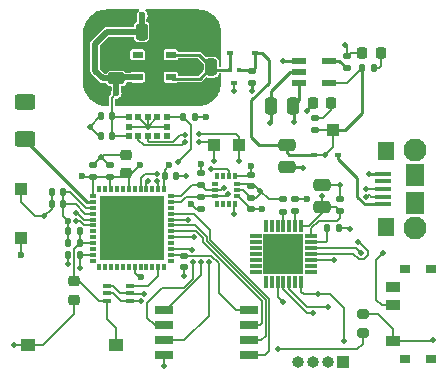
<source format=gbr>
%TF.GenerationSoftware,KiCad,Pcbnew,(6.0.0)*%
%TF.CreationDate,2022-05-13T17:38:04+01:00*%
%TF.ProjectId,Tracer,54726163-6572-42e6-9b69-6361645f7063,D*%
%TF.SameCoordinates,Original*%
%TF.FileFunction,Copper,L1,Top*%
%TF.FilePolarity,Positive*%
%FSLAX46Y46*%
G04 Gerber Fmt 4.6, Leading zero omitted, Abs format (unit mm)*
G04 Created by KiCad (PCBNEW (6.0.0)) date 2022-05-13 17:38:04*
%MOMM*%
%LPD*%
G01*
G04 APERTURE LIST*
G04 Aperture macros list*
%AMRoundRect*
0 Rectangle with rounded corners*
0 $1 Rounding radius*
0 $2 $3 $4 $5 $6 $7 $8 $9 X,Y pos of 4 corners*
0 Add a 4 corners polygon primitive as box body*
4,1,4,$2,$3,$4,$5,$6,$7,$8,$9,$2,$3,0*
0 Add four circle primitives for the rounded corners*
1,1,$1+$1,$2,$3*
1,1,$1+$1,$4,$5*
1,1,$1+$1,$6,$7*
1,1,$1+$1,$8,$9*
0 Add four rect primitives between the rounded corners*
20,1,$1+$1,$2,$3,$4,$5,0*
20,1,$1+$1,$4,$5,$6,$7,0*
20,1,$1+$1,$6,$7,$8,$9,0*
20,1,$1+$1,$8,$9,$2,$3,0*%
G04 Aperture macros list end*
%TA.AperFunction,ComponentPad*%
%ADD10R,1.000000X1.000000*%
%TD*%
%TA.AperFunction,ComponentPad*%
%ADD11O,1.000000X1.000000*%
%TD*%
%TA.AperFunction,SMDPad,CuDef*%
%ADD12R,1.250000X0.900000*%
%TD*%
%TA.AperFunction,SMDPad,CuDef*%
%ADD13R,0.900000X0.800000*%
%TD*%
%TA.AperFunction,SMDPad,CuDef*%
%ADD14RoundRect,0.140000X-0.140000X-0.170000X0.140000X-0.170000X0.140000X0.170000X-0.140000X0.170000X0*%
%TD*%
%TA.AperFunction,SMDPad,CuDef*%
%ADD15RoundRect,0.135000X0.135000X0.185000X-0.135000X0.185000X-0.135000X-0.185000X0.135000X-0.185000X0*%
%TD*%
%TA.AperFunction,SMDPad,CuDef*%
%ADD16RoundRect,0.140000X0.170000X-0.140000X0.170000X0.140000X-0.170000X0.140000X-0.170000X-0.140000X0*%
%TD*%
%TA.AperFunction,SMDPad,CuDef*%
%ADD17RoundRect,0.250000X0.475000X-0.250000X0.475000X0.250000X-0.475000X0.250000X-0.475000X-0.250000X0*%
%TD*%
%TA.AperFunction,SMDPad,CuDef*%
%ADD18RoundRect,0.250000X0.250000X0.475000X-0.250000X0.475000X-0.250000X-0.475000X0.250000X-0.475000X0*%
%TD*%
%TA.AperFunction,SMDPad,CuDef*%
%ADD19R,0.600000X0.450000*%
%TD*%
%TA.AperFunction,SMDPad,CuDef*%
%ADD20R,0.400000X0.450000*%
%TD*%
%TA.AperFunction,SMDPad,CuDef*%
%ADD21R,0.500000X0.450000*%
%TD*%
%TA.AperFunction,SMDPad,CuDef*%
%ADD22RoundRect,0.135000X-0.135000X-0.185000X0.135000X-0.185000X0.135000X0.185000X-0.135000X0.185000X0*%
%TD*%
%TA.AperFunction,SMDPad,CuDef*%
%ADD23RoundRect,0.250000X-0.250000X-0.475000X0.250000X-0.475000X0.250000X0.475000X-0.250000X0.475000X0*%
%TD*%
%TA.AperFunction,SMDPad,CuDef*%
%ADD24RoundRect,0.225000X0.250000X-0.225000X0.250000X0.225000X-0.250000X0.225000X-0.250000X-0.225000X0*%
%TD*%
%TA.AperFunction,SMDPad,CuDef*%
%ADD25R,0.500000X0.500000*%
%TD*%
%TA.AperFunction,SMDPad,CuDef*%
%ADD26RoundRect,0.135000X-0.185000X0.135000X-0.185000X-0.135000X0.185000X-0.135000X0.185000X0.135000X0*%
%TD*%
%TA.AperFunction,SMDPad,CuDef*%
%ADD27R,0.350000X0.575000*%
%TD*%
%TA.AperFunction,SMDPad,CuDef*%
%ADD28R,0.575000X0.350000*%
%TD*%
%TA.AperFunction,SMDPad,CuDef*%
%ADD29R,1.350000X0.400000*%
%TD*%
%TA.AperFunction,ComponentPad*%
%ADD30C,1.950000*%
%TD*%
%TA.AperFunction,SMDPad,CuDef*%
%ADD31R,1.400000X1.600000*%
%TD*%
%TA.AperFunction,SMDPad,CuDef*%
%ADD32R,1.600000X1.900000*%
%TD*%
%TA.AperFunction,SMDPad,CuDef*%
%ADD33R,1.200000X0.600000*%
%TD*%
%TA.AperFunction,SMDPad,CuDef*%
%ADD34R,1.000000X1.000000*%
%TD*%
%TA.AperFunction,SMDPad,CuDef*%
%ADD35RoundRect,0.140000X0.140000X0.170000X-0.140000X0.170000X-0.140000X-0.170000X0.140000X-0.170000X0*%
%TD*%
%TA.AperFunction,SMDPad,CuDef*%
%ADD36RoundRect,0.218750X-0.218750X-0.256250X0.218750X-0.256250X0.218750X0.256250X-0.218750X0.256250X0*%
%TD*%
%TA.AperFunction,SMDPad,CuDef*%
%ADD37RoundRect,0.135000X0.185000X-0.135000X0.185000X0.135000X-0.185000X0.135000X-0.185000X-0.135000X0*%
%TD*%
%TA.AperFunction,SMDPad,CuDef*%
%ADD38RoundRect,0.140000X-0.170000X0.140000X-0.170000X-0.140000X0.170000X-0.140000X0.170000X0.140000X0*%
%TD*%
%TA.AperFunction,SMDPad,CuDef*%
%ADD39R,1.200000X1.000000*%
%TD*%
%TA.AperFunction,SMDPad,CuDef*%
%ADD40R,1.000000X0.300000*%
%TD*%
%TA.AperFunction,SMDPad,CuDef*%
%ADD41R,0.300000X1.000000*%
%TD*%
%TA.AperFunction,SMDPad,CuDef*%
%ADD42R,3.350000X3.350000*%
%TD*%
%TA.AperFunction,SMDPad,CuDef*%
%ADD43RoundRect,0.250000X-0.625000X0.400000X-0.625000X-0.400000X0.625000X-0.400000X0.625000X0.400000X0*%
%TD*%
%TA.AperFunction,SMDPad,CuDef*%
%ADD44R,0.650000X0.400000*%
%TD*%
%TA.AperFunction,SMDPad,CuDef*%
%ADD45R,0.550000X0.350000*%
%TD*%
%TA.AperFunction,SMDPad,CuDef*%
%ADD46R,0.350000X0.550000*%
%TD*%
%TA.AperFunction,SMDPad,CuDef*%
%ADD47R,5.500000X5.500000*%
%TD*%
%TA.AperFunction,SMDPad,CuDef*%
%ADD48RoundRect,0.225000X-0.250000X0.225000X-0.250000X-0.225000X0.250000X-0.225000X0.250000X0.225000X0*%
%TD*%
%TA.AperFunction,SMDPad,CuDef*%
%ADD49RoundRect,0.200000X-0.275000X0.200000X-0.275000X-0.200000X0.275000X-0.200000X0.275000X0.200000X0*%
%TD*%
%TA.AperFunction,SMDPad,CuDef*%
%ADD50R,0.900000X0.600000*%
%TD*%
%TA.AperFunction,SMDPad,CuDef*%
%ADD51R,1.650000X0.650000*%
%TD*%
%TA.AperFunction,ViaPad*%
%ADD52C,0.500000*%
%TD*%
%TA.AperFunction,ViaPad*%
%ADD53C,0.600000*%
%TD*%
%TA.AperFunction,Conductor*%
%ADD54C,0.150000*%
%TD*%
%TA.AperFunction,Conductor*%
%ADD55C,0.250000*%
%TD*%
%TA.AperFunction,Conductor*%
%ADD56C,0.200000*%
%TD*%
%TA.AperFunction,Conductor*%
%ADD57C,0.500000*%
%TD*%
%TA.AperFunction,Conductor*%
%ADD58C,0.293770*%
%TD*%
G04 APERTURE END LIST*
D10*
%TO.P,J2,1,Pin_1*%
%TO.N,DTR*%
X157400000Y-110900000D03*
D11*
%TO.P,J2,2,Pin_2*%
%TO.N,U0RXD*%
X156130000Y-110900000D03*
%TO.P,J2,3,Pin_3*%
%TO.N,U0TXD*%
X154860000Y-110900000D03*
%TO.P,J2,4,Pin_4*%
%TO.N,RTS*%
X153590000Y-110900000D03*
%TD*%
D12*
%TO.P,S2,1,A*%
%TO.N,unconnected-(S2-Pad1)*%
X161625000Y-104550000D03*
%TO.P,S2,2,B*%
%TO.N,Net-(BT1-Pad1)*%
X161625000Y-106050000D03*
%TO.P,S2,3,C*%
%TO.N,+BATT*%
X161625000Y-109050000D03*
D13*
%TO.P,S2,MP1,MP1*%
%TO.N,unconnected-(S2-PadMP1)*%
X164800000Y-103000000D03*
%TO.P,S2,MP2,MP2*%
%TO.N,unconnected-(S2-PadMP2)*%
X162600000Y-103000000D03*
%TO.P,S2,MP3,MP3*%
%TO.N,unconnected-(S2-PadMP3)*%
X162600000Y-110600000D03*
%TO.P,S2,MP4,MP4*%
%TO.N,unconnected-(S2-PadMP4)*%
X164800000Y-110600000D03*
%TD*%
D14*
%TO.P,C15,1*%
%TO.N,+3V3*%
X142320000Y-95100000D03*
%TO.P,C15,2*%
%TO.N,GND*%
X143280000Y-95100000D03*
%TD*%
D15*
%TO.P,R10,1*%
%TO.N,RST*%
X135110000Y-99750000D03*
%TO.P,R10,2*%
%TO.N,+3V3*%
X134090000Y-99750000D03*
%TD*%
D16*
%TO.P,C1,1*%
%TO.N,+3V3*%
X149600000Y-97900000D03*
%TO.P,C1,2*%
%TO.N,GND*%
X149600000Y-96940000D03*
%TD*%
D17*
%TO.P,C16,1*%
%TO.N,+3V3*%
X138195000Y-86850000D03*
%TO.P,C16,2*%
%TO.N,GND*%
X138195000Y-84950000D03*
%TD*%
D18*
%TO.P,C5,1*%
%TO.N,Net-(BT1-Pad1)*%
X153155000Y-89200000D03*
%TO.P,C5,2*%
%TO.N,GND*%
X151255000Y-89200000D03*
%TD*%
D19*
%TO.P,D1,1,K*%
%TO.N,VUSB*%
X154900000Y-93300000D03*
%TO.P,D1,2,A*%
%TO.N,Net-(D1-Pad2)*%
X157000000Y-93300000D03*
%TD*%
D20*
%TO.P,Q2,1,G*%
%TO.N,VUSB*%
X148600000Y-86125000D03*
%TO.P,Q2,2,S*%
%TO.N,VBUS*%
X147800000Y-86125000D03*
D21*
%TO.P,Q2,3,D*%
%TO.N,+BATT*%
X148200000Y-87275000D03*
%TD*%
D22*
%TO.P,R7,1*%
%TO.N,+3V3*%
X134090000Y-100750000D03*
%TO.P,R7,2*%
%TO.N,RST*%
X135110000Y-100750000D03*
%TD*%
D17*
%TO.P,C3,1*%
%TO.N,GND*%
X152650000Y-94350000D03*
%TO.P,C3,2*%
%TO.N,VUSB*%
X152650000Y-92450000D03*
%TD*%
D23*
%TO.P,C6,1*%
%TO.N,+3V3*%
X140345000Y-82900000D03*
%TO.P,C6,2*%
%TO.N,GND*%
X142245000Y-82900000D03*
%TD*%
D24*
%TO.P,C14,1*%
%TO.N,+3V3*%
X139000000Y-94875000D03*
%TO.P,C14,2*%
%TO.N,GND*%
X139000000Y-93325000D03*
%TD*%
D25*
%TO.P,IC4,1,AVDDVCSEL*%
%TO.N,+3V3*%
X139250000Y-90131885D03*
%TO.P,IC4,2,AVSSVCSEL*%
%TO.N,GND*%
X140050000Y-90131885D03*
%TO.P,IC4,3,GND*%
X140850000Y-90131885D03*
%TO.P,IC4,4,GND2*%
X141650000Y-90131885D03*
%TO.P,IC4,5,XSHUT*%
%TO.N,GPIO19*%
X142450000Y-90131885D03*
%TO.P,IC4,6,GND3*%
%TO.N,GND*%
X142450000Y-90931885D03*
%TO.P,IC4,7,GPIO1*%
%TO.N,unconnected-(IC4-Pad7)*%
X142450000Y-91731885D03*
%TO.P,IC4,8,DNC*%
%TO.N,unconnected-(IC4-Pad8)*%
X141650000Y-91731885D03*
%TO.P,IC4,9,SDA*%
%TO.N,GPIO18*%
X140850000Y-91731885D03*
%TO.P,IC4,10,SCL*%
%TO.N,GPIO23*%
X140050000Y-91731885D03*
%TO.P,IC4,11,AVDD*%
%TO.N,+3V3*%
X139250000Y-91731885D03*
%TO.P,IC4,12,GND4*%
%TO.N,GND*%
X139250000Y-90931885D03*
%TD*%
D26*
%TO.P,R12,1*%
%TO.N,+3V3*%
X153350000Y-97090000D03*
%TO.P,R12,2*%
%TO.N,Net-(IC8-Pad9)*%
X153350000Y-98110000D03*
%TD*%
D27*
%TO.P,IC1,1,SDO/SA0*%
%TO.N,unconnected-(IC1-Pad1)*%
X146750000Y-97463000D03*
%TO.P,IC1,2,SDX*%
%TO.N,unconnected-(IC1-Pad2)*%
X147250000Y-97463000D03*
%TO.P,IC1,3,SCX*%
%TO.N,unconnected-(IC1-Pad3)*%
X147750000Y-97463000D03*
%TO.P,IC1,4,INT1*%
%TO.N,GPIO37*%
X148250000Y-97463000D03*
D28*
%TO.P,IC1,5,VDDIO*%
%TO.N,+3V3*%
X148412000Y-96800000D03*
%TO.P,IC1,6,GND_1*%
%TO.N,GND*%
X148412000Y-96300000D03*
%TO.P,IC1,7,GND_2*%
X148412000Y-95800000D03*
D27*
%TO.P,IC1,8,VDD*%
%TO.N,+3V3*%
X148250000Y-95137000D03*
%TO.P,IC1,9,INT2*%
%TO.N,GPIO36*%
X147750000Y-95137000D03*
%TO.P,IC1,10,NC_1*%
%TO.N,unconnected-(IC1-Pad10)*%
X147250000Y-95137000D03*
%TO.P,IC1,11,NC_2*%
%TO.N,unconnected-(IC1-Pad11)*%
X146750000Y-95137000D03*
D28*
%TO.P,IC1,12,CS*%
%TO.N,unconnected-(IC1-Pad12)*%
X146588000Y-95800000D03*
%TO.P,IC1,13,SCL*%
%TO.N,GPIO23*%
X146588000Y-96300000D03*
%TO.P,IC1,14,SDA*%
%TO.N,GPIO18*%
X146588000Y-96800000D03*
%TD*%
D29*
%TO.P,J1,1,VBUS*%
%TO.N,Net-(D1-Pad2)*%
X160800000Y-97500000D03*
%TO.P,J1,2,D-*%
%TO.N,D-*%
X160800000Y-96850000D03*
%TO.P,J1,3,D+*%
%TO.N,D+*%
X160800000Y-96200000D03*
%TO.P,J1,4,NC*%
%TO.N,unconnected-(J1-Pad4)*%
X160800000Y-95550000D03*
%TO.P,J1,5,GND*%
%TO.N,GND*%
X160800000Y-94900000D03*
D30*
%TO.P,J1,MH1,MH1*%
%TO.N,unconnected-(J1-PadMH1)*%
X163475000Y-99500000D03*
%TO.P,J1,MH2,MH2*%
%TO.N,unconnected-(J1-PadMH2)*%
X163475000Y-92900000D03*
D31*
%TO.P,J1,MP1,MP1*%
%TO.N,unconnected-(J1-PadMP1)*%
X161025000Y-99400000D03*
D32*
%TO.P,J1,MP2,MP2*%
%TO.N,unconnected-(J1-PadMP2)*%
X163475000Y-97400000D03*
%TO.P,J1,MP3,MP3*%
%TO.N,unconnected-(J1-PadMP3)*%
X163475000Y-95000000D03*
D31*
%TO.P,J1,MP4,MP4*%
%TO.N,unconnected-(J1-PadMP4)*%
X161025000Y-93000000D03*
%TD*%
D33*
%TO.P,IC5,1,CHRG*%
%TO.N,Net-(D4-Pad1)*%
X153705000Y-85350000D03*
%TO.P,IC5,2,GND*%
%TO.N,GND*%
X153705000Y-86300000D03*
%TO.P,IC5,3,VBAT*%
%TO.N,Net-(BT1-Pad1)*%
X153705000Y-87250000D03*
%TO.P,IC5,4,VCC*%
%TO.N,VUSB*%
X156205000Y-87250000D03*
%TO.P,IC5,5,PROG*%
%TO.N,Net-(IC5-Pad5)*%
X156205000Y-85350000D03*
%TD*%
D22*
%TO.P,R16,1*%
%TO.N,GPIO19*%
X143840000Y-90150000D03*
%TO.P,R16,2*%
%TO.N,+3V3*%
X144860000Y-90150000D03*
%TD*%
D15*
%TO.P,R2,1*%
%TO.N,Net-(D2-Pad2)*%
X160010000Y-86000000D03*
%TO.P,R2,2*%
%TO.N,VUSB*%
X158990000Y-86000000D03*
%TD*%
D16*
%TO.P,C10,1*%
%TO.N,+3V3*%
X137700000Y-95180000D03*
%TO.P,C10,2*%
%TO.N,GND*%
X137700000Y-94220000D03*
%TD*%
D34*
%TO.P,TP3,1,1*%
%TO.N,GPIO23*%
X146500000Y-92500000D03*
%TD*%
D17*
%TO.P,C18,1*%
%TO.N,VUSB*%
X155600000Y-97750000D03*
%TO.P,C18,2*%
%TO.N,GND*%
X155600000Y-95850000D03*
%TD*%
D16*
%TO.P,C13,1*%
%TO.N,+3V3*%
X136200000Y-95180000D03*
%TO.P,C13,2*%
%TO.N,GND*%
X136200000Y-94220000D03*
%TD*%
D35*
%TO.P,C20,1*%
%TO.N,+3V3*%
X137830000Y-91750000D03*
%TO.P,C20,2*%
%TO.N,GND*%
X136870000Y-91750000D03*
%TD*%
D36*
%TO.P,D2,1,K*%
%TO.N,GND*%
X159012500Y-84700000D03*
%TO.P,D2,2,A*%
%TO.N,Net-(D2-Pad2)*%
X160587500Y-84700000D03*
%TD*%
D26*
%TO.P,R4,1*%
%TO.N,+3V3*%
X145400000Y-94890000D03*
%TO.P,R4,2*%
%TO.N,GPIO23*%
X145400000Y-95910000D03*
%TD*%
D37*
%TO.P,R6,1*%
%TO.N,Net-(IC5-Pad5)*%
X157700000Y-86000000D03*
%TO.P,R6,2*%
%TO.N,GND*%
X157700000Y-84980000D03*
%TD*%
D34*
%TO.P,TP11,1,1*%
%TO.N,GND*%
X130100000Y-96200000D03*
%TD*%
%TO.P,TP6,1,1*%
%TO.N,+3V3*%
X130100000Y-100400000D03*
%TD*%
D37*
%TO.P,R3,1*%
%TO.N,VUSB*%
X155000000Y-91210000D03*
%TO.P,R3,2*%
%TO.N,Net-(D4-Pad2)*%
X155000000Y-90190000D03*
%TD*%
D38*
%TO.P,C2,1*%
%TO.N,+3V3*%
X149600000Y-95020000D03*
%TO.P,C2,2*%
%TO.N,GND*%
X149600000Y-95980000D03*
%TD*%
D39*
%TO.P,S1,1,1*%
%TO.N,RST*%
X138150000Y-109400000D03*
%TO.P,S1,2,2*%
%TO.N,GND*%
X130750000Y-109400000D03*
%TD*%
D36*
%TO.P,D4,1,K*%
%TO.N,Net-(D4-Pad1)*%
X154812500Y-88900000D03*
%TO.P,D4,2,A*%
%TO.N,Net-(D4-Pad2)*%
X156387500Y-88900000D03*
%TD*%
D19*
%TO.P,D3,1,K*%
%TO.N,VBUS*%
X147850000Y-84700000D03*
%TO.P,D3,2,A*%
%TO.N,VUSB*%
X149950000Y-84700000D03*
%TD*%
D37*
%TO.P,R1,1*%
%TO.N,GND*%
X149700000Y-87210000D03*
%TO.P,R1,2*%
%TO.N,VUSB*%
X149700000Y-86190000D03*
%TD*%
D35*
%TO.P,C19,1*%
%TO.N,+3V3*%
X137830000Y-90050000D03*
%TO.P,C19,2*%
%TO.N,GND*%
X136870000Y-90050000D03*
%TD*%
D40*
%TO.P,IC8,1,DCD*%
%TO.N,unconnected-(IC8-Pad1)*%
X154700000Y-103200000D03*
%TO.P,IC8,2,RI_/_CLK*%
%TO.N,unconnected-(IC8-Pad2)*%
X154700000Y-102700000D03*
%TO.P,IC8,3,GND_1*%
%TO.N,GND*%
X154700000Y-102200000D03*
%TO.P,IC8,4,D+*%
%TO.N,D+*%
X154700000Y-101700000D03*
%TO.P,IC8,5,D-*%
%TO.N,D-*%
X154700000Y-101200000D03*
%TO.P,IC8,6,VDD*%
%TO.N,Net-(C17-Pad1)*%
X154700000Y-100700000D03*
%TO.P,IC8,7,VREGIN*%
%TO.N,VUSB*%
X154700000Y-100200000D03*
D41*
%TO.P,IC8,8,VBUS*%
X153850000Y-99350000D03*
%TO.P,IC8,9,RSTB*%
%TO.N,Net-(IC8-Pad9)*%
X153350000Y-99350000D03*
%TO.P,IC8,10,NC*%
%TO.N,unconnected-(IC8-Pad10)*%
X152850000Y-99350000D03*
%TO.P,IC8,11,SUSPENDB*%
%TO.N,Net-(IC8-Pad11)*%
X152350000Y-99350000D03*
%TO.P,IC8,12,SUSPEND*%
%TO.N,unconnected-(IC8-Pad12)*%
X151850000Y-99350000D03*
%TO.P,IC8,13,CHREN*%
%TO.N,unconnected-(IC8-Pad13)*%
X151350000Y-99350000D03*
%TO.P,IC8,14,CHR1*%
%TO.N,unconnected-(IC8-Pad14)*%
X150850000Y-99350000D03*
D40*
%TO.P,IC8,15,CHR0*%
%TO.N,unconnected-(IC8-Pad15)*%
X150000000Y-100200000D03*
%TO.P,IC8,16,GPIO.3_/_WAKEUP*%
%TO.N,unconnected-(IC8-Pad16)*%
X150000000Y-100700000D03*
%TO.P,IC8,17,GPIO.2_/_RS485*%
%TO.N,unconnected-(IC8-Pad17)*%
X150000000Y-101200000D03*
%TO.P,IC8,18,GPIO.1_/_RXT*%
%TO.N,unconnected-(IC8-Pad18)*%
X150000000Y-101700000D03*
%TO.P,IC8,19,GPIO.0_/_TXT*%
%TO.N,unconnected-(IC8-Pad19)*%
X150000000Y-102200000D03*
%TO.P,IC8,20,GPIO.6*%
%TO.N,unconnected-(IC8-Pad20)*%
X150000000Y-102700000D03*
%TO.P,IC8,21,GPIO.5*%
%TO.N,unconnected-(IC8-Pad21)*%
X150000000Y-103200000D03*
D41*
%TO.P,IC8,22,GPIO.4*%
%TO.N,unconnected-(IC8-Pad22)*%
X150850000Y-104050000D03*
%TO.P,IC8,23,CTS*%
%TO.N,unconnected-(IC8-Pad23)*%
X151350000Y-104050000D03*
%TO.P,IC8,24,RTS*%
%TO.N,RTS*%
X151850000Y-104050000D03*
%TO.P,IC8,25,RXD*%
%TO.N,U0TXD*%
X152350000Y-104050000D03*
%TO.P,IC8,26,TXD*%
%TO.N,U0RXD*%
X152850000Y-104050000D03*
%TO.P,IC8,27,DSR*%
%TO.N,unconnected-(IC8-Pad27)*%
X153350000Y-104050000D03*
%TO.P,IC8,28,DTR*%
%TO.N,DTR*%
X153850000Y-104050000D03*
D42*
%TO.P,IC8,29,GND_2*%
%TO.N,GND*%
X152350000Y-101700000D03*
%TD*%
D35*
%TO.P,C12,1*%
%TO.N,+3V3*%
X133680000Y-96500000D03*
%TO.P,C12,2*%
%TO.N,GND*%
X132720000Y-96500000D03*
%TD*%
D43*
%TO.P,AE1,1,FEED*%
%TO.N,unconnected-(AE1-Pad1)*%
X130500000Y-88850000D03*
%TO.P,AE1,2,PCB_Trace*%
%TO.N,ANT*%
X130500000Y-91950000D03*
%TD*%
D15*
%TO.P,R9,1*%
%TO.N,GPIO35*%
X135110000Y-101800000D03*
%TO.P,R9,2*%
%TO.N,GND*%
X134090000Y-101800000D03*
%TD*%
D44*
%TO.P,Q1,1,E2*%
%TO.N,RTS*%
X139350000Y-105700000D03*
%TO.P,Q1,2,B2*%
%TO.N,DTR*%
X139350000Y-105050000D03*
%TO.P,Q1,3,C1*%
%TO.N,GPIO0*%
X139350000Y-104400000D03*
%TO.P,Q1,4,E1*%
%TO.N,DTR*%
X137450000Y-104400000D03*
%TO.P,Q1,5,B1*%
%TO.N,RTS*%
X137450000Y-105050000D03*
%TO.P,Q1,6,C2*%
%TO.N,RST*%
X137450000Y-105700000D03*
%TD*%
D45*
%TO.P,IC3,1,VDDA_1*%
%TO.N,+3V3*%
X136200000Y-96800000D03*
%TO.P,IC3,2,LNA_IN*%
%TO.N,ANT*%
X136200000Y-97300000D03*
%TO.P,IC3,3,VDDA3P3_1*%
%TO.N,+3V3*%
X136200000Y-97800000D03*
%TO.P,IC3,4,VDDA3P3_2*%
X136200000Y-98300000D03*
%TO.P,IC3,5,SENSOR_VP*%
%TO.N,GPIO36*%
X136200000Y-98800000D03*
%TO.P,IC3,6,SENSOR_CAPP*%
%TO.N,GPIO37*%
X136200000Y-99300000D03*
%TO.P,IC3,7,SENSOR_CAPN*%
%TO.N,GPIO38*%
X136200000Y-99800000D03*
%TO.P,IC3,8,SENSOR_VN*%
%TO.N,GPIO39*%
X136200000Y-100300000D03*
%TO.P,IC3,9,EN*%
%TO.N,RST*%
X136200000Y-100800000D03*
%TO.P,IC3,10,IO34*%
%TO.N,STAT*%
X136200000Y-101300000D03*
%TO.P,IC3,11,IO35*%
%TO.N,GPIO35*%
X136200000Y-101800000D03*
%TO.P,IC3,12,IO32*%
%TO.N,GPIO32*%
X136200000Y-102300000D03*
D46*
%TO.P,IC3,13,IO33*%
%TO.N,GPIO33*%
X136750000Y-102850000D03*
%TO.P,IC3,14,IO25*%
%TO.N,GPIO25*%
X137250000Y-102850000D03*
%TO.P,IC3,15,IO26*%
%TO.N,GPIO26*%
X137750000Y-102850000D03*
%TO.P,IC3,16,IO27*%
%TO.N,GPIO27*%
X138250000Y-102850000D03*
%TO.P,IC3,17,IO14*%
%TO.N,GPIO14*%
X138750000Y-102850000D03*
%TO.P,IC3,18,IO12*%
%TO.N,GPIO12*%
X139250000Y-102850000D03*
%TO.P,IC3,19,VDD3P3_RTC*%
%TO.N,+3V3*%
X139750000Y-102850000D03*
%TO.P,IC3,20,IO13*%
%TO.N,GPIO13*%
X140250000Y-102850000D03*
%TO.P,IC3,21,IO15*%
%TO.N,GPIO15*%
X140750000Y-102850000D03*
%TO.P,IC3,22,IO2*%
%TO.N,GPIO2*%
X141250000Y-102850000D03*
%TO.P,IC3,23,IO0*%
%TO.N,GPIO0*%
X141750000Y-102850000D03*
%TO.P,IC3,24,IO4*%
%TO.N,GPIO4*%
X142250000Y-102850000D03*
D45*
%TO.P,IC3,25,IO16*%
%TO.N,GPIO16*%
X142800000Y-102300000D03*
%TO.P,IC3,26,VDD_SDIO_NC*%
%TO.N,VDDSDIO*%
X142800000Y-101800000D03*
%TO.P,IC3,27,IO17*%
%TO.N,GPIO17*%
X142800000Y-101300000D03*
%TO.P,IC3,28,SD2*%
%TO.N,GPIO9*%
X142800000Y-100800000D03*
%TO.P,IC3,29,SD3*%
%TO.N,GPIO10*%
X142800000Y-100300000D03*
%TO.P,IC3,30,CMD*%
%TO.N,GPIO11*%
X142800000Y-99800000D03*
%TO.P,IC3,31,CLK*%
%TO.N,CLK*%
X142800000Y-99300000D03*
%TO.P,IC3,32,SD0*%
%TO.N,GPIO7*%
X142800000Y-98800000D03*
%TO.P,IC3,33,SD1*%
%TO.N,GPIO8*%
X142800000Y-98300000D03*
%TO.P,IC3,34,IO5*%
%TO.N,GPIO5*%
X142800000Y-97800000D03*
%TO.P,IC3,35,IO18*%
%TO.N,GPIO18*%
X142800000Y-97300000D03*
%TO.P,IC3,36,IO23*%
%TO.N,GPIO23*%
X142800000Y-96800000D03*
D46*
%TO.P,IC3,37,VDD3P3_CPU*%
%TO.N,+3V3*%
X142250000Y-96250000D03*
%TO.P,IC3,38,IO19*%
%TO.N,GPIO19*%
X141750000Y-96250000D03*
%TO.P,IC3,39,IO22*%
%TO.N,GPIO22*%
X141250000Y-96250000D03*
%TO.P,IC3,40,U0RXD*%
%TO.N,U0RXD*%
X140750000Y-96250000D03*
%TO.P,IC3,41,U0TXD*%
%TO.N,U0TXD*%
X140250000Y-96250000D03*
%TO.P,IC3,42,IO21*%
%TO.N,GPIO21*%
X139750000Y-96250000D03*
%TO.P,IC3,43,VDDA_2*%
%TO.N,+3V3*%
X139250000Y-96250000D03*
%TO.P,IC3,44,XTAL_N_NC*%
%TO.N,unconnected-(IC3-Pad44)*%
X138750000Y-96250000D03*
%TO.P,IC3,45,XTAL_P_NC*%
%TO.N,unconnected-(IC3-Pad45)*%
X138250000Y-96250000D03*
%TO.P,IC3,46,VDDA_3*%
%TO.N,+3V3*%
X137750000Y-96250000D03*
%TO.P,IC3,47,CAP2_NC*%
%TO.N,unconnected-(IC3-Pad47)*%
X137250000Y-96250000D03*
%TO.P,IC3,48,CAP1_NC*%
%TO.N,unconnected-(IC3-Pad48)*%
X136750000Y-96250000D03*
D47*
%TO.P,IC3,49,GND*%
%TO.N,GND*%
X139494000Y-99537000D03*
%TD*%
D14*
%TO.P,C17,1*%
%TO.N,Net-(C17-Pad1)*%
X156070000Y-99550000D03*
%TO.P,C17,2*%
%TO.N,GND*%
X157030000Y-99550000D03*
%TD*%
D48*
%TO.P,C7,1*%
%TO.N,RST*%
X134600000Y-104025000D03*
%TO.P,C7,2*%
%TO.N,GND*%
X134600000Y-105575000D03*
%TD*%
D37*
%TO.P,R5,1*%
%TO.N,+3V3*%
X145400000Y-97920000D03*
%TO.P,R5,2*%
%TO.N,GPIO18*%
X145400000Y-96900000D03*
%TD*%
D16*
%TO.P,C8,1*%
%TO.N,VUSB*%
X157100000Y-98060000D03*
%TO.P,C8,2*%
%TO.N,GND*%
X157100000Y-97100000D03*
%TD*%
D34*
%TO.P,TP4,1,1*%
%TO.N,GPIO18*%
X148600000Y-92500000D03*
%TD*%
D18*
%TO.P,C4,1*%
%TO.N,VBUS*%
X146245000Y-85900000D03*
%TO.P,C4,2*%
%TO.N,GND*%
X144345000Y-85900000D03*
%TD*%
D49*
%TO.P,R8,2*%
%TO.N,GPIO35*%
X159100000Y-108425000D03*
%TO.P,R8,1*%
%TO.N,+BATT*%
X159100000Y-106775000D03*
%TD*%
D50*
%TO.P,IC6,1,VIN*%
%TO.N,VBUS*%
X142795000Y-86750000D03*
%TO.P,IC6,2,VSS*%
%TO.N,GND*%
X142795000Y-85800000D03*
%TO.P,IC6,3,CE*%
%TO.N,VBUS*%
X142795000Y-84850000D03*
%TO.P,IC6,4,NC*%
%TO.N,unconnected-(IC6-Pad4)*%
X139995000Y-84850000D03*
%TO.P,IC6,5,VOUT*%
%TO.N,+3V3*%
X139995000Y-86750000D03*
%TD*%
D37*
%TO.P,R13,1*%
%TO.N,Net-(IC8-Pad11)*%
X152350000Y-98120000D03*
%TO.P,R13,2*%
%TO.N,GND*%
X152350000Y-97100000D03*
%TD*%
D51*
%TO.P,IC2,1,~{CS}*%
%TO.N,GPIO10*%
X142200000Y-106495000D03*
%TO.P,IC2,2,DO(IO1)*%
%TO.N,GPIO17*%
X142200000Y-107765000D03*
%TO.P,IC2,3,IO2*%
%TO.N,GPIO7*%
X142200000Y-109035000D03*
%TO.P,IC2,4,GND*%
%TO.N,GND*%
X142200000Y-110305000D03*
%TO.P,IC2,5,DI(IO0)*%
%TO.N,GPIO8*%
X149400000Y-110305000D03*
%TO.P,IC2,6,CLK*%
%TO.N,CLK*%
X149400000Y-109035000D03*
%TO.P,IC2,7,IO3*%
%TO.N,GPIO11*%
X149400000Y-107765000D03*
%TO.P,IC2,8,VCC*%
%TO.N,VDDSDIO*%
X149400000Y-106495000D03*
%TD*%
D34*
%TO.P,TP2,1,1*%
%TO.N,VUSB*%
X156550000Y-91200000D03*
%TD*%
D38*
%TO.P,C11,1*%
%TO.N,VDDSDIO*%
X143900000Y-101870000D03*
%TO.P,C11,2*%
%TO.N,GND*%
X143900000Y-102830000D03*
%TD*%
D35*
%TO.P,C9,1*%
%TO.N,+3V3*%
X133680000Y-97500000D03*
%TO.P,C9,2*%
%TO.N,GND*%
X132720000Y-97500000D03*
%TD*%
D52*
%TO.N,+BATT*%
X148200000Y-87900000D03*
%TO.N,Net-(BT1-Pad1)*%
X153200000Y-90500000D03*
%TO.N,+BATT*%
X165000000Y-109000000D03*
%TO.N,D+*%
X159300000Y-96200000D03*
X158660506Y-100700000D03*
%TO.N,DTR*%
X157500000Y-109100000D03*
%TO.N,Net-(BT1-Pad1)*%
X160800000Y-101600000D03*
%TO.N,GND*%
X138000000Y-101100000D03*
X139500000Y-97600000D03*
X138000000Y-99550000D03*
X136135000Y-83080000D03*
X151200000Y-90600000D03*
X146295000Y-88160000D03*
X143755000Y-83080000D03*
X157950000Y-99600000D03*
X136900000Y-93500000D03*
X151060000Y-102950000D03*
X151060000Y-101680000D03*
X141000000Y-101100000D03*
X149679122Y-87879122D03*
X146295000Y-83080000D03*
X153600000Y-102950000D03*
X152330000Y-100410000D03*
X143900000Y-103600000D03*
X139500000Y-101100000D03*
X140850000Y-90950000D03*
X143755000Y-88160000D03*
X154000000Y-94400000D03*
X135950000Y-90950000D03*
X141000000Y-99550000D03*
X150400000Y-96400000D03*
X134100000Y-102600000D03*
X151060000Y-100410000D03*
X141000000Y-97600000D03*
X157600000Y-84000000D03*
X159600000Y-94900000D03*
X152330000Y-102950000D03*
X156600000Y-102250000D03*
X141215000Y-85620000D03*
X142200000Y-111200000D03*
X141215000Y-88160000D03*
X129500000Y-109400000D03*
X157100000Y-95850000D03*
X144100000Y-95100000D03*
X132100000Y-98500000D03*
X152330000Y-101680000D03*
X139500000Y-99550000D03*
X138000000Y-97600000D03*
X153600000Y-101680000D03*
X153600000Y-100410000D03*
X136135000Y-88160000D03*
D53*
%TO.N,+3V3*%
X140200000Y-94200000D03*
X140300000Y-103700000D03*
X142700000Y-94200000D03*
X140395000Y-81500000D03*
X135300000Y-95100000D03*
X154332671Y-97067329D03*
X138195000Y-88100000D03*
X145400000Y-94100000D03*
X134100000Y-98900000D03*
X150500000Y-97900000D03*
X144500000Y-97500000D03*
X130100000Y-101800000D03*
X145750000Y-90150000D03*
X149600000Y-94300000D03*
D52*
%TO.N,GPIO10*%
X145400000Y-102400000D03*
X144800000Y-100300000D03*
%TO.N,GPIO17*%
X144600000Y-101370500D03*
X144700000Y-102369500D03*
%TO.N,GPIO7*%
X144300000Y-98800000D03*
X146049503Y-102400000D03*
%TO.N,GPIO36*%
X146200000Y-94500000D03*
X134800000Y-98250497D03*
%TO.N,GPIO37*%
X134800000Y-98900000D03*
X148200000Y-98300000D03*
%TO.N,VUSB*%
X155600000Y-96800000D03*
X155900000Y-93300000D03*
%TO.N,GPIO18*%
X144025500Y-91600000D03*
X145200000Y-91550497D03*
X148600000Y-93800000D03*
X147634166Y-96656944D03*
%TO.N,GPIO23*%
X147300000Y-96100000D03*
X145200000Y-92200000D03*
X144025500Y-92249503D03*
X146500000Y-93800000D03*
%TO.N,GPIO19*%
X141600000Y-95549503D03*
X143400000Y-93900000D03*
%TO.N,U0RXD*%
X156100000Y-106200000D03*
X140900000Y-95500000D03*
%TO.N,Net-(D4-Pad1)*%
X154300000Y-89600000D03*
X152300000Y-85400000D03*
%TO.N,D-*%
X158925500Y-101650000D03*
X159352334Y-96900000D03*
%TO.N,U0TXD*%
X141600000Y-94900000D03*
X154860000Y-106689022D03*
%TO.N,RTS*%
X152300000Y-105800000D03*
X140294609Y-105716172D03*
%TO.N,DTR*%
X140500000Y-105100000D03*
X155300000Y-105100000D03*
%TO.N,GPIO35*%
X135100000Y-102900000D03*
X151900000Y-109800000D03*
%TD*%
D54*
%TO.N,+BATT*%
X148200000Y-87900000D02*
X148200000Y-87275000D01*
D55*
%TO.N,Net-(BT1-Pad1)*%
X153200000Y-89245000D02*
X153155000Y-89200000D01*
X153200000Y-90500000D02*
X153200000Y-89245000D01*
D54*
%TO.N,+BATT*%
X164925479Y-109074521D02*
X165000000Y-109000000D01*
X161649521Y-109074521D02*
X164925479Y-109074521D01*
X161625000Y-109050000D02*
X161649521Y-109074521D01*
D56*
%TO.N,D+*%
X159300000Y-96200000D02*
X160800000Y-96200000D01*
X158800000Y-100800000D02*
X158700000Y-100700000D01*
X159500000Y-101500000D02*
X158800000Y-100800000D01*
X158700000Y-100700000D02*
X158660506Y-100700000D01*
X159500000Y-101800000D02*
X159500000Y-101500000D01*
X158718595Y-102149511D02*
X159150489Y-102149511D01*
X158269084Y-101700000D02*
X158718595Y-102149511D01*
X159150489Y-102149511D02*
X159500000Y-101800000D01*
X154700000Y-101700000D02*
X158269084Y-101700000D01*
D54*
%TO.N,Net-(BT1-Pad1)*%
X160200000Y-102200000D02*
X160800000Y-101600000D01*
X160200000Y-105600000D02*
X160200000Y-102200000D01*
X160650000Y-106050000D02*
X160200000Y-105600000D01*
X161625000Y-106050000D02*
X160650000Y-106050000D01*
%TO.N,+BATT*%
X160375000Y-106775000D02*
X159100000Y-106775000D01*
X161625000Y-108025000D02*
X160375000Y-106775000D01*
X161625000Y-109050000D02*
X161625000Y-108025000D01*
%TO.N,DTR*%
X157500000Y-106300000D02*
X157500000Y-109100000D01*
X156300000Y-105100000D02*
X157500000Y-106300000D01*
X155300000Y-105100000D02*
X156300000Y-105100000D01*
%TO.N,GPIO35*%
X158600000Y-109800000D02*
X151900000Y-109800000D01*
X158600000Y-109800000D02*
X159100000Y-109300000D01*
X159100000Y-109300000D02*
X159100000Y-108425000D01*
D55*
%TO.N,Net-(BT1-Pad1)*%
X153705000Y-87250000D02*
X153705000Y-88650000D01*
X153705000Y-88650000D02*
X153155000Y-89200000D01*
D54*
%TO.N,GND*%
X154700000Y-102200000D02*
X156550000Y-102200000D01*
X157900000Y-99550000D02*
X157950000Y-99600000D01*
X156550000Y-102200000D02*
X156600000Y-102250000D01*
X155600000Y-95850000D02*
X157100000Y-95850000D01*
X136750000Y-91750000D02*
X135950000Y-90950000D01*
X157700000Y-84100000D02*
X157600000Y-84000000D01*
X134090000Y-102590000D02*
X134100000Y-102600000D01*
X157100000Y-97100000D02*
X157100000Y-95850000D01*
X149600000Y-95980000D02*
X149980000Y-95980000D01*
X152350000Y-97100000D02*
X151100000Y-97100000D01*
X142450000Y-90931885D02*
X140868115Y-90931885D01*
X137620000Y-94220000D02*
X136900000Y-93500000D01*
X140850000Y-90950000D02*
X141650000Y-90150000D01*
X150060000Y-96940000D02*
X150400000Y-96600000D01*
X142200000Y-110305000D02*
X142200000Y-111200000D01*
D55*
X152900000Y-86300000D02*
X151255000Y-87945000D01*
X152650000Y-94350000D02*
X153950000Y-94350000D01*
X149700000Y-87900000D02*
X149679122Y-87879122D01*
D54*
X149980000Y-95980000D02*
X150400000Y-96400000D01*
D55*
X153950000Y-94350000D02*
X154000000Y-94400000D01*
D54*
X139250000Y-90931885D02*
X140831885Y-90931885D01*
X136850000Y-90050000D02*
X135950000Y-90950000D01*
X132000000Y-109400000D02*
X134600000Y-106800000D01*
D55*
X151255000Y-89200000D02*
X151255000Y-90545000D01*
D54*
X148412000Y-95800000D02*
X149420000Y-95800000D01*
X140050000Y-90150000D02*
X140850000Y-90950000D01*
D55*
X160800000Y-94900000D02*
X159600000Y-94900000D01*
D54*
X132100000Y-98500000D02*
X131300000Y-98500000D01*
D55*
X151255000Y-87945000D02*
X151255000Y-89200000D01*
D54*
X130750000Y-109400000D02*
X129500000Y-109400000D01*
X157980000Y-84700000D02*
X157700000Y-84980000D01*
X149600000Y-96940000D02*
X150060000Y-96940000D01*
X130100000Y-97300000D02*
X130100000Y-96200000D01*
X131300000Y-98500000D02*
X130100000Y-97300000D01*
X157030000Y-99550000D02*
X157900000Y-99550000D01*
X148960000Y-96300000D02*
X148412000Y-96300000D01*
D55*
X153705000Y-86300000D02*
X152900000Y-86300000D01*
D54*
X136200000Y-94200000D02*
X136900000Y-93500000D01*
D55*
X149700000Y-87210000D02*
X149700000Y-87900000D01*
D54*
X134090000Y-101800000D02*
X134090000Y-102590000D01*
X151100000Y-97100000D02*
X150400000Y-96400000D01*
X149600000Y-96940000D02*
X148960000Y-96300000D01*
X130750000Y-109400000D02*
X132000000Y-109400000D01*
D55*
X151255000Y-90545000D02*
X151200000Y-90600000D01*
D54*
X137075000Y-93325000D02*
X139000000Y-93325000D01*
X150400000Y-96600000D02*
X150400000Y-96400000D01*
X136900000Y-93500000D02*
X137075000Y-93325000D01*
X132720000Y-97880000D02*
X132100000Y-98500000D01*
X143900000Y-102830000D02*
X143900000Y-103600000D01*
X140850000Y-90131885D02*
X140850000Y-90950000D01*
X157980000Y-84700000D02*
X159012500Y-84700000D01*
X134600000Y-106800000D02*
X134600000Y-105575000D01*
X132720000Y-96500000D02*
X132720000Y-97880000D01*
X143280000Y-95100000D02*
X144100000Y-95100000D01*
X157700000Y-84980000D02*
X157700000Y-84100000D01*
D56*
%TO.N,+3V3*%
X134090000Y-99750000D02*
X134090000Y-100750000D01*
X137700000Y-95180000D02*
X137700000Y-96200000D01*
D57*
X140345000Y-81550000D02*
X140395000Y-81500000D01*
D56*
X137830000Y-88465000D02*
X138195000Y-88100000D01*
D57*
X138195000Y-86850000D02*
X138195000Y-88100000D01*
D56*
X139250000Y-90131885D02*
X137911885Y-90131885D01*
X136200000Y-95180000D02*
X137700000Y-95180000D01*
X149600000Y-97900000D02*
X150500000Y-97900000D01*
D57*
X138195000Y-86850000D02*
X137045000Y-86850000D01*
D56*
X137830000Y-90050000D02*
X137830000Y-91750000D01*
X134755919Y-97500000D02*
X133680000Y-97500000D01*
D57*
X136395000Y-86200000D02*
X136395000Y-83900000D01*
D56*
X139250000Y-96250000D02*
X139250000Y-95125000D01*
X142320000Y-95100000D02*
X142320000Y-94580000D01*
X136200000Y-95180000D02*
X135380000Y-95180000D01*
X142320000Y-94580000D02*
X142700000Y-94200000D01*
X135555919Y-98300000D02*
X134755919Y-97500000D01*
X144860000Y-90150000D02*
X145750000Y-90150000D01*
X139750000Y-102850000D02*
X139750000Y-103325000D01*
X135380000Y-95180000D02*
X135300000Y-95100000D01*
X144920000Y-97920000D02*
X144500000Y-97500000D01*
X134090000Y-99750000D02*
X134090000Y-98910000D01*
X136200000Y-97800000D02*
X135600000Y-97800000D01*
X145400000Y-94890000D02*
X145400000Y-94100000D01*
X139525000Y-94875000D02*
X140200000Y-94200000D01*
D57*
X137395000Y-82900000D02*
X140345000Y-82900000D01*
D56*
X145400000Y-97920000D02*
X144920000Y-97920000D01*
X137830000Y-90050000D02*
X137830000Y-88465000D01*
X136200000Y-98300000D02*
X135555919Y-98300000D01*
X148500000Y-96800000D02*
X149600000Y-97900000D01*
D57*
X137045000Y-86850000D02*
X136395000Y-86200000D01*
D56*
X137830000Y-91750000D02*
X139231885Y-91750000D01*
D57*
X140345000Y-82900000D02*
X140345000Y-81550000D01*
X139995000Y-86750000D02*
X138295000Y-86750000D01*
D56*
X140125000Y-103700000D02*
X140300000Y-103700000D01*
X137700000Y-95180000D02*
X138695000Y-95180000D01*
X149600000Y-95020000D02*
X149600000Y-94300000D01*
X135600000Y-97800000D02*
X134300000Y-96500000D01*
X133680000Y-96500000D02*
X133680000Y-98480000D01*
X142250000Y-96250000D02*
X142250000Y-95170000D01*
X153350000Y-97090000D02*
X154310000Y-97090000D01*
X130100000Y-100400000D02*
X130100000Y-101800000D01*
X134300000Y-96500000D02*
X133680000Y-96500000D01*
X139750000Y-103325000D02*
X140125000Y-103700000D01*
X139000000Y-94875000D02*
X139525000Y-94875000D01*
D57*
X136395000Y-83900000D02*
X137395000Y-82900000D01*
D56*
X154310000Y-97090000D02*
X154332671Y-97067329D01*
X136200000Y-96800000D02*
X136200000Y-95180000D01*
X148250000Y-95137000D02*
X149483000Y-95137000D01*
X134090000Y-98910000D02*
X134100000Y-98900000D01*
X133680000Y-98480000D02*
X134100000Y-98900000D01*
D58*
%TO.N,ANT*%
X136200000Y-97300000D02*
X135700000Y-97300000D01*
X135700000Y-97300000D02*
X130500000Y-92100000D01*
D54*
%TO.N,RST*%
X134600000Y-101260000D02*
X135110000Y-100750000D01*
X138150000Y-107950000D02*
X138150000Y-109400000D01*
X134600000Y-104025000D02*
X134600000Y-101260000D01*
X136700000Y-105700000D02*
X137450000Y-105700000D01*
X136200000Y-100800000D02*
X135160000Y-100800000D01*
X135025000Y-104025000D02*
X136700000Y-105700000D01*
X137450000Y-105700000D02*
X137450000Y-107250000D01*
X134600000Y-104025000D02*
X135025000Y-104025000D01*
X135110000Y-100750000D02*
X135110000Y-99750000D01*
X137450000Y-107250000D02*
X138150000Y-107950000D01*
D55*
%TO.N,VBUS*%
X145195000Y-84850000D02*
X142795000Y-84850000D01*
X142944520Y-86899520D02*
X145245480Y-86899520D01*
X146245000Y-85900000D02*
X145195000Y-84850000D01*
X147800000Y-86125000D02*
X146470000Y-86125000D01*
X147850000Y-84700000D02*
X147850000Y-86075000D01*
X145245480Y-86899520D02*
X146245000Y-85900000D01*
D54*
%TO.N,Net-(C17-Pad1)*%
X154700000Y-100700000D02*
X155940000Y-100700000D01*
X155940000Y-100700000D02*
X156040000Y-100600000D01*
X156070000Y-100570000D02*
X156040000Y-100600000D01*
X156070000Y-99550000D02*
X156070000Y-100570000D01*
D56*
%TO.N,VDDSDIO*%
X148295000Y-106495000D02*
X146850000Y-105050000D01*
X142800000Y-101800000D02*
X143830000Y-101800000D01*
X146225919Y-101870000D02*
X143900000Y-101870000D01*
X146850000Y-105050000D02*
X146850000Y-102494081D01*
X146850000Y-102494081D02*
X146225919Y-101870000D01*
X149400000Y-106495000D02*
X148295000Y-106495000D01*
D54*
%TO.N,GPIO10*%
X144800000Y-100300000D02*
X142800000Y-100300000D01*
X145400000Y-103523586D02*
X145400000Y-102400000D01*
X142428586Y-106495000D02*
X145400000Y-103523586D01*
%TO.N,GPIO17*%
X142100000Y-104600000D02*
X143900000Y-104600000D01*
X140800000Y-105900000D02*
X142100000Y-104600000D01*
X144600000Y-101370500D02*
X144529500Y-101300000D01*
X141465000Y-107765000D02*
X140800000Y-107100000D01*
X143900000Y-104600000D02*
X144700000Y-103800000D01*
X144700000Y-103800000D02*
X144700000Y-102369500D01*
X140800000Y-107100000D02*
X140800000Y-105900000D01*
X144529500Y-101300000D02*
X142800000Y-101300000D01*
%TO.N,GPIO7*%
X142200000Y-109035000D02*
X143965000Y-109035000D01*
X143965000Y-109035000D02*
X146049503Y-106950497D01*
X144300000Y-98800000D02*
X142800000Y-98800000D01*
X146049503Y-106950497D02*
X146049503Y-102400000D01*
%TO.N,GPIO8*%
X144800000Y-98300000D02*
X142800000Y-98300000D01*
X151150000Y-105487969D02*
X146150000Y-100487969D01*
X151150000Y-109950000D02*
X151150000Y-105487969D01*
X146150000Y-100487969D02*
X146150000Y-99650000D01*
X150795000Y-110305000D02*
X151150000Y-109950000D01*
X149400000Y-110305000D02*
X150795000Y-110305000D01*
X146150000Y-99650000D02*
X144800000Y-98300000D01*
%TO.N,CLK*%
X145844222Y-100605777D02*
X145844222Y-100249575D01*
X150849520Y-108650480D02*
X150849520Y-105611075D01*
X150849520Y-105611075D02*
X145844222Y-100605777D01*
X149400000Y-109035000D02*
X150465000Y-109035000D01*
X145844222Y-100249575D02*
X144894647Y-99300000D01*
X144894647Y-99300000D02*
X142800000Y-99300000D01*
X150465000Y-109035000D02*
X150849520Y-108650480D01*
%TO.N,GPIO11*%
X144971061Y-99800000D02*
X142800000Y-99800000D01*
X150550000Y-105735141D02*
X145500000Y-100685141D01*
X150350000Y-107750000D02*
X150550000Y-107550000D01*
X145500000Y-100328939D02*
X144971061Y-99800000D01*
X145500000Y-100685141D02*
X145500000Y-100328939D01*
X150550000Y-107550000D02*
X150550000Y-105735141D01*
X149415000Y-107750000D02*
X150350000Y-107750000D01*
%TO.N,GPIO36*%
X134874083Y-98250497D02*
X134800000Y-98250497D01*
X134874083Y-98250497D02*
X135423586Y-98800000D01*
X146200000Y-94500000D02*
X147600000Y-94500000D01*
X147600000Y-94500000D02*
X147750000Y-94650000D01*
X147750000Y-94650000D02*
X147750000Y-95137000D01*
X136200000Y-98800000D02*
X135423586Y-98800000D01*
%TO.N,GPIO37*%
X135100000Y-98900000D02*
X135500000Y-99300000D01*
X148200000Y-98300000D02*
X148200000Y-97513000D01*
X135100000Y-98900000D02*
X134800000Y-98900000D01*
X135500000Y-99300000D02*
X136200000Y-99300000D01*
%TO.N,VUSB*%
X155600000Y-97750000D02*
X156790000Y-97750000D01*
D55*
X151100000Y-85300000D02*
X150500000Y-84700000D01*
X149600000Y-91800000D02*
X149600000Y-88700000D01*
D54*
X157100000Y-98700000D02*
X157100000Y-98060000D01*
D55*
X148600000Y-86125000D02*
X149635000Y-86125000D01*
D54*
X156205000Y-87250000D02*
X157740000Y-87250000D01*
D55*
X150500000Y-84700000D02*
X149950000Y-84700000D01*
X150250000Y-92450000D02*
X149600000Y-91800000D01*
D54*
X156790000Y-97750000D02*
X157100000Y-98060000D01*
X155900000Y-93300000D02*
X156550000Y-92650000D01*
D55*
X158990000Y-89810000D02*
X157600000Y-91200000D01*
D54*
X153850000Y-99350000D02*
X154500000Y-99350000D01*
D55*
X152850000Y-93300000D02*
X154900000Y-93300000D01*
D54*
X154700000Y-99550000D02*
X155350000Y-98900000D01*
X155350000Y-98900000D02*
X156900000Y-98900000D01*
X156900000Y-98900000D02*
X157100000Y-98700000D01*
X157740000Y-87250000D02*
X158990000Y-86000000D01*
X155010000Y-91200000D02*
X156550000Y-91200000D01*
D55*
X152650000Y-92450000D02*
X150250000Y-92450000D01*
D54*
X155600000Y-97750000D02*
X155600000Y-96800000D01*
D55*
X152650000Y-92450000D02*
X152650000Y-93100000D01*
D54*
X154700000Y-100200000D02*
X154700000Y-99550000D01*
D55*
X152650000Y-93100000D02*
X152850000Y-93300000D01*
X151100000Y-87200000D02*
X151100000Y-85300000D01*
X149600000Y-88700000D02*
X151100000Y-87200000D01*
X157600000Y-91200000D02*
X156550000Y-91200000D01*
D54*
X156550000Y-92650000D02*
X156550000Y-91200000D01*
X154500000Y-99350000D02*
X155600000Y-98250000D01*
D55*
X158990000Y-86000000D02*
X158990000Y-89810000D01*
D54*
X155900000Y-93300000D02*
X154900000Y-93300000D01*
X155600000Y-98250000D02*
X155600000Y-97750000D01*
D55*
X149950000Y-85940000D02*
X149700000Y-86190000D01*
X149950000Y-84700000D02*
X149950000Y-85940000D01*
D54*
%TO.N,GPIO18*%
X140850000Y-91731885D02*
X140850000Y-92131885D01*
X146588000Y-96800000D02*
X145500000Y-96800000D01*
X146588000Y-96800000D02*
X147491110Y-96800000D01*
X148350497Y-91550497D02*
X148600000Y-91800000D01*
X143600000Y-91600000D02*
X144025500Y-91600000D01*
X148600000Y-91800000D02*
X148600000Y-92500000D01*
X140850000Y-92131885D02*
X140924511Y-92206396D01*
X147491110Y-96800000D02*
X147634166Y-96656944D01*
X143700000Y-97300000D02*
X144100000Y-96900000D01*
X144100000Y-96900000D02*
X145400000Y-96900000D01*
X142800000Y-97300000D02*
X143700000Y-97300000D01*
X148600000Y-93800000D02*
X148600000Y-92500000D01*
X140924511Y-92206396D02*
X142993604Y-92206396D01*
X145200000Y-91550497D02*
X148350497Y-91550497D01*
X142993604Y-92206396D02*
X143600000Y-91600000D01*
%TO.N,GPIO23*%
X144590000Y-95910000D02*
X145400000Y-95910000D01*
X144025500Y-92249503D02*
X143769087Y-92505916D01*
X145790000Y-96300000D02*
X146588000Y-96300000D01*
X145200000Y-92200000D02*
X146200000Y-92200000D01*
X143769087Y-92505916D02*
X140505916Y-92505916D01*
X146500000Y-93800000D02*
X146500000Y-92500000D01*
X142800000Y-96800000D02*
X143700000Y-96800000D01*
X147100000Y-96300000D02*
X147300000Y-96100000D01*
X146588000Y-96300000D02*
X147100000Y-96300000D01*
X140050000Y-92050000D02*
X140050000Y-91731885D01*
X143700000Y-96800000D02*
X144590000Y-95910000D01*
X145400000Y-95910000D02*
X145790000Y-96300000D01*
X140505916Y-92505916D02*
X140050000Y-92050000D01*
%TO.N,GPIO19*%
X141750000Y-96250000D02*
X141750000Y-95699503D01*
X144500000Y-90810000D02*
X143840000Y-90150000D01*
X143400000Y-93900000D02*
X144500000Y-92800000D01*
X141750000Y-95699503D02*
X141600000Y-95549503D01*
X143840000Y-90150000D02*
X142468115Y-90150000D01*
X144500000Y-92800000D02*
X144500000Y-90810000D01*
%TO.N,Net-(D2-Pad2)*%
X160400000Y-86000000D02*
X160587500Y-85812500D01*
X160587500Y-85812500D02*
X160587500Y-84700000D01*
X160010000Y-86000000D02*
X160400000Y-86000000D01*
%TO.N,U0RXD*%
X154350000Y-106200000D02*
X156100000Y-106200000D01*
X152850000Y-104700000D02*
X154350000Y-106200000D01*
X152850000Y-104050000D02*
X152850000Y-104700000D01*
X140750000Y-95650000D02*
X140900000Y-95500000D01*
X140750000Y-96250000D02*
X140750000Y-95650000D01*
D55*
%TO.N,Net-(D4-Pad1)*%
X152300000Y-85400000D02*
X153655000Y-85400000D01*
D54*
X154812500Y-89087500D02*
X154300000Y-89600000D01*
D56*
%TO.N,D-*%
X159787499Y-96850000D02*
X159687499Y-96750000D01*
X158475500Y-101200000D02*
X158925500Y-101650000D01*
X159502333Y-96750001D02*
X159352334Y-96900000D01*
X154700000Y-101200000D02*
X158475500Y-101200000D01*
X159687499Y-96750000D02*
X159502333Y-96750001D01*
X160800000Y-96850000D02*
X159787499Y-96850000D01*
D54*
%TO.N,U0TXD*%
X140250000Y-96250000D02*
X140250000Y-95250000D01*
X152350000Y-104050000D02*
X152350000Y-104700000D01*
X140250000Y-95250000D02*
X140600000Y-94900000D01*
X140600000Y-94900000D02*
X141600000Y-94900000D01*
X154339022Y-106689022D02*
X154860000Y-106689022D01*
X152350000Y-104700000D02*
X154339022Y-106689022D01*
%TO.N,Net-(IC8-Pad9)*%
X153350000Y-98110000D02*
X153350000Y-99350000D01*
%TO.N,Net-(IC8-Pad11)*%
X152350000Y-99350000D02*
X152350000Y-98120000D01*
%TO.N,RTS*%
X137450000Y-105050000D02*
X137950000Y-105050000D01*
X138600000Y-105700000D02*
X139350000Y-105700000D01*
X140294609Y-105716172D02*
X139366172Y-105716172D01*
X137950000Y-105050000D02*
X138600000Y-105700000D01*
X151850000Y-105350000D02*
X151850000Y-104050000D01*
X152300000Y-105800000D02*
X151850000Y-105350000D01*
%TO.N,DTR*%
X138550000Y-105050000D02*
X139350000Y-105050000D01*
X153850000Y-104900000D02*
X153850000Y-104050000D01*
X154050000Y-105100000D02*
X153850000Y-104900000D01*
X140500000Y-105100000D02*
X139400000Y-105100000D01*
X137900000Y-104400000D02*
X138550000Y-105050000D01*
X137450000Y-104400000D02*
X137900000Y-104400000D01*
X155300000Y-105100000D02*
X154050000Y-105100000D01*
D55*
%TO.N,Net-(IC5-Pad5)*%
X157050000Y-85350000D02*
X157700000Y-86000000D01*
X156205000Y-85350000D02*
X157050000Y-85350000D01*
D54*
%TO.N,GPIO0*%
X141750000Y-103550000D02*
X141750000Y-102850000D01*
X139350000Y-104400000D02*
X140900000Y-104400000D01*
X140900000Y-104400000D02*
X141750000Y-103550000D01*
%TO.N,GPIO35*%
X136200000Y-101800000D02*
X135110000Y-101800000D01*
X135100000Y-102900000D02*
X135100000Y-101810000D01*
D55*
%TO.N,Net-(D1-Pad2)*%
X158600000Y-95300000D02*
X158600000Y-96889438D01*
X158600000Y-96889438D02*
X159210562Y-97500000D01*
X157000000Y-93300000D02*
X157000000Y-93700000D01*
X159210562Y-97500000D02*
X160800000Y-97500000D01*
X157000000Y-93700000D02*
X158600000Y-95300000D01*
D54*
%TO.N,Net-(D4-Pad2)*%
X155000000Y-90190000D02*
X155710000Y-90190000D01*
X155710000Y-90190000D02*
X156387500Y-89512500D01*
X156387500Y-89512500D02*
X156387500Y-88900000D01*
%TD*%
%TA.AperFunction,Conductor*%
%TO.N,GND*%
G36*
X140134747Y-81017313D02*
G01*
X140160057Y-81061150D01*
X140151267Y-81111000D01*
X140126669Y-81136584D01*
X140100019Y-81153399D01*
X140096531Y-81157348D01*
X140096529Y-81157350D01*
X140093288Y-81161020D01*
X140014596Y-81250122D01*
X140012357Y-81254891D01*
X140012355Y-81254894D01*
X139984156Y-81314957D01*
X139959754Y-81366932D01*
X139939901Y-81494440D01*
X139940584Y-81499663D01*
X139940584Y-81499666D01*
X139943875Y-81524830D01*
X139944500Y-81534425D01*
X139944500Y-82006845D01*
X139927187Y-82054411D01*
X139904096Y-82072779D01*
X139856658Y-82096950D01*
X139766950Y-82186658D01*
X139764306Y-82191848D01*
X139764304Y-82191850D01*
X139712000Y-82294502D01*
X139709354Y-82299696D01*
X139708443Y-82305448D01*
X139708442Y-82305451D01*
X139694955Y-82390608D01*
X139694500Y-82393481D01*
X139694500Y-82425500D01*
X139677187Y-82473066D01*
X139633350Y-82498376D01*
X139620500Y-82499500D01*
X137331567Y-82499500D01*
X137306749Y-82507564D01*
X137295466Y-82510273D01*
X137269696Y-82514354D01*
X137247745Y-82525539D01*
X137246453Y-82526197D01*
X137235724Y-82530641D01*
X137210911Y-82538703D01*
X137206201Y-82542125D01*
X137189801Y-82554040D01*
X137179904Y-82560106D01*
X137156658Y-82571950D01*
X137134095Y-82594513D01*
X137134091Y-82594516D01*
X136089516Y-83639091D01*
X136089513Y-83639095D01*
X136066950Y-83661658D01*
X136064306Y-83666846D01*
X136064306Y-83666847D01*
X136055106Y-83684902D01*
X136049039Y-83694802D01*
X136037128Y-83711196D01*
X136037126Y-83711201D01*
X136033704Y-83715910D01*
X136031905Y-83721448D01*
X136031904Y-83721449D01*
X136025642Y-83740722D01*
X136021198Y-83751450D01*
X136016048Y-83761558D01*
X136009354Y-83774696D01*
X136008443Y-83780449D01*
X136005273Y-83800463D01*
X136002562Y-83811754D01*
X135996300Y-83831026D01*
X135994500Y-83836567D01*
X135994500Y-86263433D01*
X135996300Y-86268971D01*
X135996300Y-86268974D01*
X136002562Y-86288246D01*
X136005273Y-86299537D01*
X136009354Y-86325304D01*
X136012000Y-86330497D01*
X136021198Y-86348550D01*
X136025642Y-86359278D01*
X136033704Y-86384090D01*
X136037126Y-86388799D01*
X136037128Y-86388804D01*
X136049039Y-86405198D01*
X136055106Y-86415098D01*
X136061592Y-86427826D01*
X136066950Y-86438342D01*
X136089513Y-86460905D01*
X136089516Y-86460909D01*
X136784091Y-87155484D01*
X136784095Y-87155487D01*
X136806658Y-87178050D01*
X136811844Y-87180692D01*
X136811849Y-87180696D01*
X136829907Y-87189897D01*
X136839802Y-87195959D01*
X136860911Y-87211296D01*
X136866448Y-87213095D01*
X136885720Y-87219357D01*
X136896448Y-87223801D01*
X136914191Y-87232841D01*
X136919696Y-87235646D01*
X136935456Y-87238142D01*
X136945463Y-87239727D01*
X136956754Y-87242438D01*
X136976026Y-87248700D01*
X136976029Y-87248700D01*
X136981567Y-87250500D01*
X137301845Y-87250500D01*
X137349411Y-87267813D01*
X137367779Y-87290904D01*
X137391950Y-87338342D01*
X137481658Y-87428050D01*
X137486848Y-87430694D01*
X137486850Y-87430696D01*
X137589502Y-87483000D01*
X137589505Y-87483001D01*
X137594696Y-87485646D01*
X137600448Y-87486557D01*
X137600451Y-87486558D01*
X137685602Y-87500044D01*
X137688481Y-87500500D01*
X137720500Y-87500500D01*
X137768066Y-87517813D01*
X137793376Y-87561650D01*
X137794500Y-87574500D01*
X137794500Y-87876418D01*
X137787485Y-87907866D01*
X137759754Y-87966932D01*
X137739901Y-88094440D01*
X137747479Y-88152390D01*
X137736480Y-88201798D01*
X137726430Y-88214310D01*
X137675473Y-88265267D01*
X137664258Y-88274470D01*
X137649399Y-88284399D01*
X137613943Y-88337464D01*
X137594034Y-88367259D01*
X137574592Y-88465000D01*
X137576014Y-88472149D01*
X137578078Y-88482525D01*
X137579500Y-88496962D01*
X137579500Y-89126000D01*
X137562187Y-89173566D01*
X137518350Y-89198876D01*
X137505500Y-89200000D01*
X137397636Y-89200000D01*
X137392357Y-89199811D01*
X137379284Y-89198876D01*
X137115653Y-89180021D01*
X137105203Y-89178519D01*
X136836703Y-89120110D01*
X136826573Y-89117135D01*
X136721122Y-89077804D01*
X136569124Y-89021112D01*
X136559529Y-89016730D01*
X136318362Y-88885043D01*
X136309489Y-88879341D01*
X136089515Y-88714670D01*
X136081536Y-88707756D01*
X135887244Y-88513464D01*
X135880330Y-88505485D01*
X135772316Y-88361196D01*
X135715659Y-88285511D01*
X135709954Y-88276633D01*
X135686224Y-88233173D01*
X135578270Y-88035471D01*
X135573886Y-88025871D01*
X135553847Y-87972142D01*
X135477865Y-87768427D01*
X135474890Y-87758297D01*
X135416481Y-87489797D01*
X135414979Y-87479346D01*
X135401502Y-87290904D01*
X135395189Y-87202642D01*
X135395000Y-87197364D01*
X135395000Y-83002636D01*
X135395189Y-82997357D01*
X135414979Y-82720654D01*
X135416481Y-82710203D01*
X135474890Y-82441703D01*
X135477865Y-82431573D01*
X135528989Y-82294504D01*
X135573888Y-82174124D01*
X135578272Y-82164525D01*
X135612922Y-82101069D01*
X135709957Y-81923362D01*
X135715659Y-81914489D01*
X135880330Y-81694515D01*
X135887244Y-81686536D01*
X136081536Y-81492244D01*
X136089515Y-81485330D01*
X136105574Y-81473309D01*
X136309489Y-81320659D01*
X136318362Y-81314957D01*
X136559529Y-81183270D01*
X136569124Y-81178888D01*
X136721122Y-81122196D01*
X136826573Y-81082865D01*
X136836703Y-81079890D01*
X137105203Y-81021481D01*
X137115653Y-81019979D01*
X137392358Y-81000189D01*
X137397636Y-81000000D01*
X140087181Y-81000000D01*
X140134747Y-81017313D01*
G37*
%TD.AperFunction*%
%TA.AperFunction,Conductor*%
G36*
X145097642Y-81000189D02*
G01*
X145374347Y-81019979D01*
X145384797Y-81021481D01*
X145653297Y-81079890D01*
X145663427Y-81082865D01*
X145768878Y-81122196D01*
X145920876Y-81178888D01*
X145930471Y-81183270D01*
X146171638Y-81314957D01*
X146180511Y-81320659D01*
X146384426Y-81473309D01*
X146400485Y-81485330D01*
X146408464Y-81492244D01*
X146602756Y-81686536D01*
X146609670Y-81694515D01*
X146774341Y-81914489D01*
X146780043Y-81923362D01*
X146877078Y-82101069D01*
X146911728Y-82164525D01*
X146916112Y-82174124D01*
X146961011Y-82294504D01*
X147012135Y-82431573D01*
X147015110Y-82441703D01*
X147073519Y-82710203D01*
X147075021Y-82720654D01*
X147094811Y-82997357D01*
X147095000Y-83002636D01*
X147095000Y-85775500D01*
X147077687Y-85823066D01*
X147033850Y-85848376D01*
X147021000Y-85849500D01*
X146969499Y-85849500D01*
X146921933Y-85832187D01*
X146896623Y-85788350D01*
X146895499Y-85775500D01*
X146895499Y-85393482D01*
X146880646Y-85299696D01*
X146837379Y-85214780D01*
X146825696Y-85191850D01*
X146825694Y-85191848D01*
X146823050Y-85186658D01*
X146733342Y-85096950D01*
X146728152Y-85094306D01*
X146728150Y-85094304D01*
X146625498Y-85042000D01*
X146625495Y-85041999D01*
X146620304Y-85039354D01*
X146614552Y-85038443D01*
X146614549Y-85038442D01*
X146529392Y-85024955D01*
X146526519Y-85024500D01*
X146523610Y-85024500D01*
X146245001Y-85024501D01*
X145963482Y-85024501D01*
X145960610Y-85024956D01*
X145960608Y-85024956D01*
X145910193Y-85032940D01*
X145869696Y-85039354D01*
X145864506Y-85041998D01*
X145864504Y-85041999D01*
X145854184Y-85047257D01*
X145803943Y-85053425D01*
X145768264Y-85033648D01*
X145414145Y-84679529D01*
X145404942Y-84668315D01*
X145397673Y-84657436D01*
X145393624Y-84651376D01*
X145370623Y-84636007D01*
X145370622Y-84636006D01*
X145344465Y-84618529D01*
X145302495Y-84590485D01*
X145257629Y-84581561D01*
X145222135Y-84574500D01*
X145222132Y-84574500D01*
X145195000Y-84569103D01*
X145187851Y-84570525D01*
X145175017Y-84573078D01*
X145160580Y-84574500D01*
X143464051Y-84574500D01*
X143416485Y-84557187D01*
X143391473Y-84514936D01*
X143388189Y-84498425D01*
X143388188Y-84498424D01*
X143386767Y-84491278D01*
X143353504Y-84441496D01*
X143303722Y-84408233D01*
X143296576Y-84406812D01*
X143296575Y-84406811D01*
X143263390Y-84400210D01*
X143263389Y-84400210D01*
X143259820Y-84399500D01*
X142330180Y-84399500D01*
X142326611Y-84400210D01*
X142326610Y-84400210D01*
X142293425Y-84406811D01*
X142293424Y-84406812D01*
X142286278Y-84408233D01*
X142236496Y-84441496D01*
X142203233Y-84491278D01*
X142194500Y-84535180D01*
X142194500Y-85164820D01*
X142195210Y-85168389D01*
X142195210Y-85168390D01*
X142198025Y-85182539D01*
X142203233Y-85208722D01*
X142236496Y-85258504D01*
X142286278Y-85291767D01*
X142293424Y-85293188D01*
X142293425Y-85293189D01*
X142326610Y-85299790D01*
X142326611Y-85299790D01*
X142330180Y-85300500D01*
X143259820Y-85300500D01*
X143263389Y-85299790D01*
X143263390Y-85299790D01*
X143296575Y-85293189D01*
X143296576Y-85293188D01*
X143303722Y-85291767D01*
X143353504Y-85258504D01*
X143386767Y-85208722D01*
X143391473Y-85185064D01*
X143417733Y-85141789D01*
X143464051Y-85125500D01*
X145050232Y-85125500D01*
X145097798Y-85142813D01*
X145102558Y-85147174D01*
X145572826Y-85617442D01*
X145594218Y-85663318D01*
X145594500Y-85669768D01*
X145594501Y-86130231D01*
X145577188Y-86177797D01*
X145572827Y-86182557D01*
X145153038Y-86602346D01*
X145107162Y-86623738D01*
X145100712Y-86624020D01*
X143469500Y-86624020D01*
X143421934Y-86606707D01*
X143396624Y-86562870D01*
X143395500Y-86550020D01*
X143395500Y-86435180D01*
X143392212Y-86418652D01*
X143388189Y-86398425D01*
X143388188Y-86398424D01*
X143386767Y-86391278D01*
X143353504Y-86341496D01*
X143303722Y-86308233D01*
X143296576Y-86306812D01*
X143296575Y-86306811D01*
X143263390Y-86300210D01*
X143263389Y-86300210D01*
X143259820Y-86299500D01*
X142330180Y-86299500D01*
X142326611Y-86300210D01*
X142326610Y-86300210D01*
X142293425Y-86306811D01*
X142293424Y-86306812D01*
X142286278Y-86308233D01*
X142236496Y-86341496D01*
X142203233Y-86391278D01*
X142201812Y-86398424D01*
X142201811Y-86398425D01*
X142197788Y-86418652D01*
X142194500Y-86435180D01*
X142194500Y-87064820D01*
X142195210Y-87068389D01*
X142195210Y-87068390D01*
X142195529Y-87069991D01*
X142203233Y-87108722D01*
X142236496Y-87158504D01*
X142286278Y-87191767D01*
X142293424Y-87193188D01*
X142293425Y-87193189D01*
X142326610Y-87199790D01*
X142326611Y-87199790D01*
X142330180Y-87200500D01*
X143259820Y-87200500D01*
X143263389Y-87199790D01*
X143263390Y-87199790D01*
X143296575Y-87193189D01*
X143296576Y-87193188D01*
X143303722Y-87191767D01*
X143309780Y-87187719D01*
X143309783Y-87187718D01*
X143310124Y-87187490D01*
X143310905Y-87187253D01*
X143316516Y-87184929D01*
X143316745Y-87185482D01*
X143351234Y-87175020D01*
X145211060Y-87175020D01*
X145225497Y-87176442D01*
X145233581Y-87178050D01*
X145245480Y-87180417D01*
X145272612Y-87175020D01*
X145272615Y-87175020D01*
X145308109Y-87167959D01*
X145352975Y-87159035D01*
X145365749Y-87150500D01*
X145394945Y-87130991D01*
X145394946Y-87130990D01*
X145421102Y-87113514D01*
X145421103Y-87113513D01*
X145444104Y-87098144D01*
X145455424Y-87081202D01*
X145464625Y-87069991D01*
X145768264Y-86766352D01*
X145814140Y-86744960D01*
X145854184Y-86752743D01*
X145864503Y-86758001D01*
X145864508Y-86758003D01*
X145869696Y-86760646D01*
X145963481Y-86775500D01*
X146245000Y-86775500D01*
X146526518Y-86775499D01*
X146529390Y-86775044D01*
X146529392Y-86775044D01*
X146561090Y-86770024D01*
X146620304Y-86760646D01*
X146683718Y-86728335D01*
X146728150Y-86705696D01*
X146728152Y-86705694D01*
X146733342Y-86703050D01*
X146823050Y-86613342D01*
X146825694Y-86608152D01*
X146825696Y-86608150D01*
X146878000Y-86505498D01*
X146878001Y-86505495D01*
X146880646Y-86500304D01*
X146886566Y-86462924D01*
X146911106Y-86418652D01*
X146959655Y-86400500D01*
X147021000Y-86400500D01*
X147068566Y-86417813D01*
X147093876Y-86461650D01*
X147095000Y-86474500D01*
X147095000Y-87197364D01*
X147094811Y-87202642D01*
X147088499Y-87290904D01*
X147075021Y-87479346D01*
X147073519Y-87489797D01*
X147015110Y-87758297D01*
X147012135Y-87768427D01*
X146936154Y-87972142D01*
X146916114Y-88025871D01*
X146911730Y-88035471D01*
X146803777Y-88233173D01*
X146780046Y-88276633D01*
X146774341Y-88285511D01*
X146717684Y-88361196D01*
X146609670Y-88505485D01*
X146602756Y-88513464D01*
X146408464Y-88707756D01*
X146400485Y-88714670D01*
X146180511Y-88879341D01*
X146171638Y-88885043D01*
X145930471Y-89016730D01*
X145920876Y-89021112D01*
X145768878Y-89077804D01*
X145663427Y-89117135D01*
X145653297Y-89120110D01*
X145384797Y-89178519D01*
X145374347Y-89180021D01*
X145110716Y-89198876D01*
X145097643Y-89199811D01*
X145092364Y-89200000D01*
X138154500Y-89200000D01*
X138106934Y-89182687D01*
X138081624Y-89138850D01*
X138080500Y-89126000D01*
X138080500Y-88623882D01*
X138097813Y-88576316D01*
X138141650Y-88551006D01*
X138155853Y-88549894D01*
X138251255Y-88551643D01*
X138256338Y-88550257D01*
X138256340Y-88550257D01*
X138370671Y-88519086D01*
X138375755Y-88517700D01*
X138485724Y-88450179D01*
X138572322Y-88354507D01*
X138628588Y-88238375D01*
X138649997Y-88111120D01*
X138650133Y-88100000D01*
X138631839Y-87972259D01*
X138602136Y-87906931D01*
X138595500Y-87876302D01*
X138595500Y-87574499D01*
X138612813Y-87526933D01*
X138656650Y-87501623D01*
X138669500Y-87500499D01*
X138701518Y-87500499D01*
X138704390Y-87500044D01*
X138704392Y-87500044D01*
X138736090Y-87495024D01*
X138795304Y-87485646D01*
X138851823Y-87456848D01*
X138903150Y-87430696D01*
X138903152Y-87430694D01*
X138908342Y-87428050D01*
X138998050Y-87338342D01*
X139000694Y-87333152D01*
X139000696Y-87333150D01*
X139053000Y-87230498D01*
X139053001Y-87230495D01*
X139055646Y-87225304D01*
X139057607Y-87212923D01*
X139082149Y-87168651D01*
X139130696Y-87150500D01*
X139402069Y-87150500D01*
X139443181Y-87162971D01*
X139480219Y-87187719D01*
X139480221Y-87187720D01*
X139486278Y-87191767D01*
X139493424Y-87193188D01*
X139493425Y-87193189D01*
X139526610Y-87199790D01*
X139526611Y-87199790D01*
X139530180Y-87200500D01*
X140459820Y-87200500D01*
X140463389Y-87199790D01*
X140463390Y-87199790D01*
X140496575Y-87193189D01*
X140496576Y-87193188D01*
X140503722Y-87191767D01*
X140553504Y-87158504D01*
X140586767Y-87108722D01*
X140594472Y-87069991D01*
X140594790Y-87068390D01*
X140594790Y-87068389D01*
X140595500Y-87064820D01*
X140595500Y-86435180D01*
X140592212Y-86418652D01*
X140588189Y-86398425D01*
X140588188Y-86398424D01*
X140586767Y-86391278D01*
X140553504Y-86341496D01*
X140503722Y-86308233D01*
X140496576Y-86306812D01*
X140496575Y-86306811D01*
X140463390Y-86300210D01*
X140463389Y-86300210D01*
X140459820Y-86299500D01*
X139530180Y-86299500D01*
X139526611Y-86300210D01*
X139526610Y-86300210D01*
X139493425Y-86306811D01*
X139493424Y-86306812D01*
X139486278Y-86308233D01*
X139480221Y-86312280D01*
X139480219Y-86312281D01*
X139443181Y-86337029D01*
X139402069Y-86349500D01*
X139016544Y-86349500D01*
X138968978Y-86332187D01*
X138964218Y-86327826D01*
X138908342Y-86271950D01*
X138903152Y-86269306D01*
X138903150Y-86269304D01*
X138800498Y-86217000D01*
X138800495Y-86216999D01*
X138795304Y-86214354D01*
X138789552Y-86213443D01*
X138789549Y-86213442D01*
X138704392Y-86199955D01*
X138701519Y-86199500D01*
X138698610Y-86199500D01*
X138195001Y-86199501D01*
X137688482Y-86199501D01*
X137685610Y-86199956D01*
X137685608Y-86199956D01*
X137653910Y-86204976D01*
X137594696Y-86214354D01*
X137538177Y-86243152D01*
X137486850Y-86269304D01*
X137486848Y-86269306D01*
X137481658Y-86271950D01*
X137391950Y-86361658D01*
X137376858Y-86391278D01*
X137367779Y-86409096D01*
X137330758Y-86443618D01*
X137301845Y-86449500D01*
X137241545Y-86449500D01*
X137193979Y-86432187D01*
X137189219Y-86427826D01*
X136817174Y-86055781D01*
X136795782Y-86009905D01*
X136795500Y-86003455D01*
X136795500Y-85164820D01*
X139394500Y-85164820D01*
X139395210Y-85168389D01*
X139395210Y-85168390D01*
X139398025Y-85182539D01*
X139403233Y-85208722D01*
X139436496Y-85258504D01*
X139486278Y-85291767D01*
X139493424Y-85293188D01*
X139493425Y-85293189D01*
X139526610Y-85299790D01*
X139526611Y-85299790D01*
X139530180Y-85300500D01*
X140459820Y-85300500D01*
X140463389Y-85299790D01*
X140463390Y-85299790D01*
X140496575Y-85293189D01*
X140496576Y-85293188D01*
X140503722Y-85291767D01*
X140553504Y-85258504D01*
X140586767Y-85208722D01*
X140591976Y-85182539D01*
X140594790Y-85168390D01*
X140594790Y-85168389D01*
X140595500Y-85164820D01*
X140595500Y-84535180D01*
X140586767Y-84491278D01*
X140553504Y-84441496D01*
X140503722Y-84408233D01*
X140496576Y-84406812D01*
X140496575Y-84406811D01*
X140463390Y-84400210D01*
X140463389Y-84400210D01*
X140459820Y-84399500D01*
X139530180Y-84399500D01*
X139526611Y-84400210D01*
X139526610Y-84400210D01*
X139493425Y-84406811D01*
X139493424Y-84406812D01*
X139486278Y-84408233D01*
X139436496Y-84441496D01*
X139403233Y-84491278D01*
X139394500Y-84535180D01*
X139394500Y-85164820D01*
X136795500Y-85164820D01*
X136795500Y-84096545D01*
X136812813Y-84048979D01*
X136817174Y-84044219D01*
X137539219Y-83322174D01*
X137585095Y-83300782D01*
X137591545Y-83300500D01*
X139620501Y-83300500D01*
X139668067Y-83317813D01*
X139693377Y-83361650D01*
X139694501Y-83374500D01*
X139694501Y-83406518D01*
X139709354Y-83500304D01*
X139738152Y-83556823D01*
X139764304Y-83608150D01*
X139764306Y-83608152D01*
X139766950Y-83613342D01*
X139856658Y-83703050D01*
X139861848Y-83705694D01*
X139861850Y-83705696D01*
X139964502Y-83758000D01*
X139964505Y-83758001D01*
X139969696Y-83760646D01*
X139975448Y-83761557D01*
X139975451Y-83761558D01*
X140060602Y-83775044D01*
X140063481Y-83775500D01*
X140345000Y-83775500D01*
X140626518Y-83775499D01*
X140629390Y-83775044D01*
X140629392Y-83775044D01*
X140664378Y-83769503D01*
X140720304Y-83760646D01*
X140776823Y-83731848D01*
X140828150Y-83705696D01*
X140828152Y-83705694D01*
X140833342Y-83703050D01*
X140923050Y-83613342D01*
X140925694Y-83608152D01*
X140925696Y-83608150D01*
X140978000Y-83505498D01*
X140978001Y-83505495D01*
X140980646Y-83500304D01*
X140981557Y-83494552D01*
X140981558Y-83494549D01*
X140995045Y-83409392D01*
X140995500Y-83406519D01*
X140995499Y-82393482D01*
X140980646Y-82299696D01*
X140951848Y-82243177D01*
X140925696Y-82191850D01*
X140925694Y-82191848D01*
X140923050Y-82186658D01*
X140833342Y-82096950D01*
X140785904Y-82072779D01*
X140751382Y-82035758D01*
X140745500Y-82006845D01*
X140745500Y-81812657D01*
X140764638Y-81762997D01*
X140768780Y-81758422D01*
X140768785Y-81758414D01*
X140772322Y-81754507D01*
X140828588Y-81638375D01*
X140846886Y-81529610D01*
X140849522Y-81513944D01*
X140849522Y-81513943D01*
X140849997Y-81511120D01*
X140850133Y-81500000D01*
X140831839Y-81372259D01*
X140808378Y-81320659D01*
X140780610Y-81259586D01*
X140780608Y-81259583D01*
X140778428Y-81254788D01*
X140771003Y-81246170D01*
X140697633Y-81161020D01*
X140697632Y-81161019D01*
X140694193Y-81157028D01*
X140689774Y-81154164D01*
X140689772Y-81154162D01*
X140661900Y-81136097D01*
X140631401Y-81095698D01*
X140634006Y-81045146D01*
X140668496Y-81008095D01*
X140702149Y-81000000D01*
X145092364Y-81000000D01*
X145097642Y-81000189D01*
G37*
%TD.AperFunction*%
%TD*%
M02*

</source>
